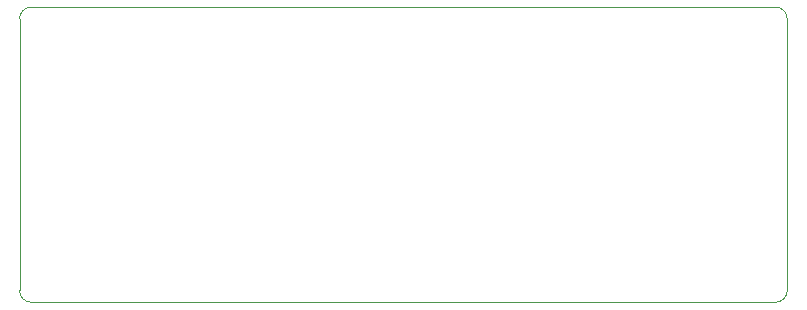
<source format=gm1>
G04 #@! TF.GenerationSoftware,KiCad,Pcbnew,(5.1.2)-1*
G04 #@! TF.CreationDate,2022-02-25T21:01:52+09:00*
G04 #@! TF.ProjectId,wcc,7763632e-6b69-4636-9164-5f7063625858,v2.2*
G04 #@! TF.SameCoordinates,Original*
G04 #@! TF.FileFunction,Profile,NP*
%FSLAX46Y46*%
G04 Gerber Fmt 4.6, Leading zero omitted, Abs format (unit mm)*
G04 Created by KiCad (PCBNEW (5.1.2)-1) date 2022-02-25 21:01:52*
%MOMM*%
%LPD*%
G04 APERTURE LIST*
%ADD10C,0.050000*%
G04 APERTURE END LIST*
D10*
X194000000Y-130000000D02*
X180000000Y-130000000D01*
X194000000Y-130000000D02*
G75*
G02X195000000Y-131000000I0J-1000000D01*
G01*
X195000000Y-154000000D02*
G75*
G02X194000000Y-155000000I-1000000J0D01*
G01*
X131000000Y-155000000D02*
G75*
G02X130000000Y-154000000I0J1000000D01*
G01*
X130000000Y-131000000D02*
G75*
G02X131000000Y-130000000I1000000J0D01*
G01*
X180000000Y-155000000D02*
X194000000Y-155000000D01*
X180000000Y-130000000D02*
X131000000Y-130000000D01*
X195000000Y-154000000D02*
X195000000Y-131000000D01*
X131000000Y-155000000D02*
X180000000Y-155000000D01*
X130000000Y-131000000D02*
X130000000Y-154000000D01*
M02*

</source>
